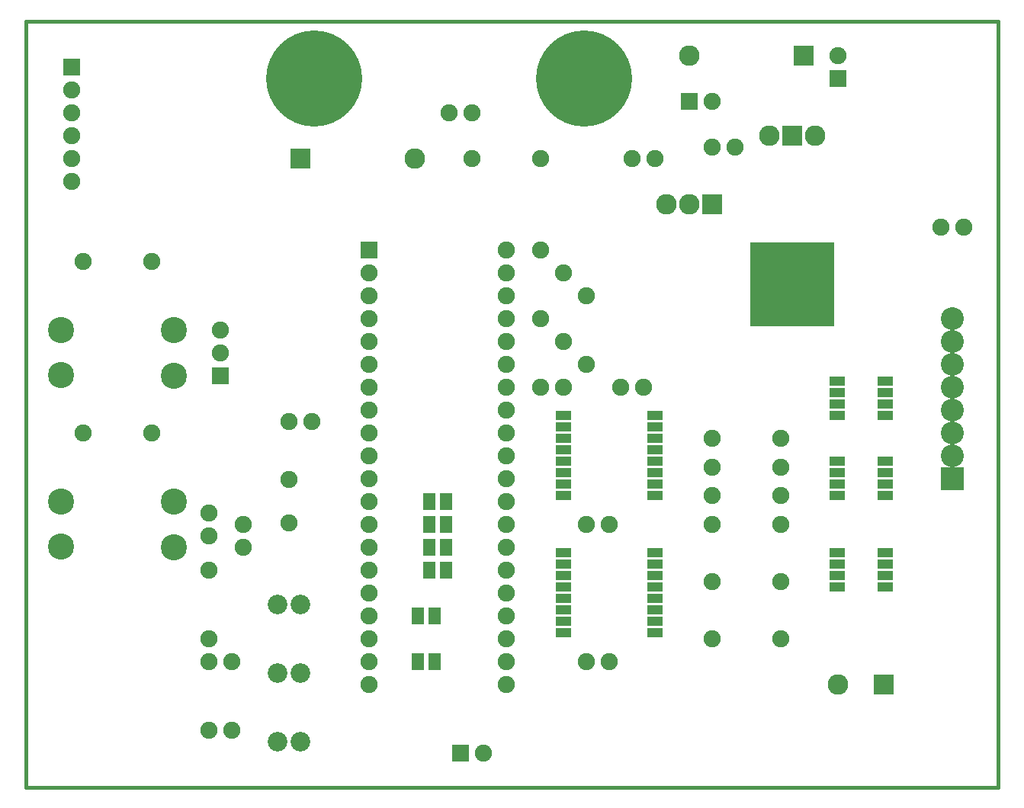
<source format=gts>
G04 (created by PCBNEW-RS274X (2010-03-14)-final) date Sun 26 Sep 2010 04:53:47 PM PDT*
G01*
G70*
G90*
%MOIN*%
G04 Gerber Fmt 3.4, Leading zero omitted, Abs format*
%FSLAX34Y34*%
G04 APERTURE LIST*
%ADD10C,0.006000*%
%ADD11C,0.015000*%
%ADD12C,0.420000*%
%ADD13C,0.075000*%
%ADD14R,0.075000X0.075000*%
%ADD15C,0.090000*%
%ADD16R,0.090000X0.090000*%
%ADD17R,0.065000X0.040000*%
%ADD18R,0.370000X0.370000*%
%ADD19C,0.086000*%
%ADD20R,0.100000X0.100000*%
%ADD21C,0.100000*%
%ADD22R,0.055000X0.075000*%
%ADD23C,0.114500*%
G04 APERTURE END LIST*
G54D10*
G54D11*
X21000Y-28000D02*
X27500Y-28000D01*
X21000Y-61500D02*
X21000Y-28000D01*
X27500Y-61500D02*
X21000Y-61500D01*
X63500Y-61500D02*
X27500Y-61500D01*
X63500Y-28000D02*
X63500Y-61500D01*
X27500Y-28000D02*
X63500Y-28000D01*
X21000Y-61500D02*
X21000Y-28000D01*
G54D12*
X45400Y-30500D03*
X33600Y-30500D03*
G54D13*
X29000Y-49500D03*
X29000Y-50500D03*
X30500Y-50000D03*
X30500Y-51000D03*
X33500Y-45500D03*
X32500Y-45500D03*
X61000Y-37000D03*
X62000Y-37000D03*
X52000Y-33500D03*
X51000Y-33500D03*
X46500Y-50000D03*
X45500Y-50000D03*
X43500Y-44000D03*
X44500Y-44000D03*
X47500Y-34000D03*
X48500Y-34000D03*
X48000Y-44000D03*
X47000Y-44000D03*
X46500Y-56000D03*
X45500Y-56000D03*
G54D14*
X56500Y-30500D03*
G54D13*
X56500Y-29500D03*
G54D14*
X50000Y-31500D03*
G54D13*
X51000Y-31500D03*
G54D15*
X38000Y-34000D03*
G54D16*
X33000Y-34000D03*
G54D15*
X50000Y-29500D03*
G54D16*
X55000Y-29500D03*
G54D14*
X36000Y-38000D03*
G54D13*
X36000Y-39000D03*
X36000Y-40000D03*
X36000Y-41000D03*
X36000Y-42000D03*
X36000Y-43000D03*
X36000Y-44000D03*
X36000Y-45000D03*
X36000Y-46000D03*
X36000Y-47000D03*
X36000Y-48000D03*
X36000Y-49000D03*
X36000Y-50000D03*
X36000Y-51000D03*
X36000Y-52000D03*
X36000Y-53000D03*
X36000Y-54000D03*
X36000Y-55000D03*
X36000Y-56000D03*
X36000Y-57000D03*
X42000Y-57000D03*
X42000Y-56000D03*
X42000Y-55000D03*
X42000Y-54000D03*
X42000Y-53000D03*
X42000Y-52000D03*
X42000Y-51000D03*
X42000Y-50000D03*
X42000Y-49000D03*
X42000Y-48000D03*
X42000Y-47000D03*
X42000Y-46000D03*
X42000Y-45000D03*
X42000Y-44000D03*
X42000Y-43000D03*
X42000Y-42000D03*
X42000Y-41000D03*
X42000Y-40000D03*
X42000Y-39000D03*
X42000Y-38000D03*
X32500Y-48035D03*
X32500Y-49965D03*
X54000Y-52500D03*
X51000Y-52500D03*
X43500Y-34000D03*
X40500Y-34000D03*
X54000Y-46250D03*
X51000Y-46250D03*
X54000Y-47500D03*
X51000Y-47500D03*
X54000Y-48750D03*
X51000Y-48750D03*
X54000Y-50000D03*
X51000Y-50000D03*
X54000Y-55000D03*
X51000Y-55000D03*
G54D14*
X40000Y-60000D03*
G54D13*
X41000Y-60000D03*
G54D14*
X23000Y-30000D03*
G54D13*
X23000Y-31000D03*
X23000Y-32000D03*
X23000Y-33000D03*
X23000Y-34000D03*
X23000Y-35000D03*
G54D17*
X44500Y-45250D03*
X44500Y-45750D03*
X44500Y-46250D03*
X44500Y-46750D03*
X44500Y-47250D03*
X44500Y-47750D03*
X44500Y-48250D03*
X44500Y-48750D03*
X48500Y-48750D03*
X48500Y-48250D03*
X48500Y-47750D03*
X48500Y-47250D03*
X48500Y-46750D03*
X48500Y-46250D03*
X48500Y-45750D03*
X48500Y-45250D03*
X44500Y-51250D03*
X44500Y-51750D03*
X44500Y-52250D03*
X44500Y-52750D03*
X44500Y-53250D03*
X44500Y-53750D03*
X44500Y-54250D03*
X44500Y-54750D03*
X48500Y-54750D03*
X48500Y-54250D03*
X48500Y-53750D03*
X48500Y-53250D03*
X48500Y-52750D03*
X48500Y-52250D03*
X48500Y-51750D03*
X48500Y-51250D03*
X58550Y-43750D03*
X56450Y-43750D03*
X58550Y-44250D03*
X58550Y-44750D03*
X58550Y-45250D03*
X56450Y-44250D03*
X56450Y-44750D03*
X56450Y-45250D03*
X58550Y-47250D03*
X56450Y-47250D03*
X58550Y-47750D03*
X58550Y-48250D03*
X58550Y-48750D03*
X56450Y-47750D03*
X56450Y-48250D03*
X56450Y-48750D03*
X58550Y-51250D03*
X56450Y-51250D03*
X58550Y-51750D03*
X58550Y-52250D03*
X58550Y-52750D03*
X56450Y-51750D03*
X56450Y-52250D03*
X56450Y-52750D03*
G54D15*
X49000Y-36000D03*
X50000Y-36000D03*
G54D16*
X51000Y-36000D03*
G54D18*
X54500Y-39500D03*
G54D15*
X55500Y-33000D03*
G54D16*
X54500Y-33000D03*
G54D15*
X53500Y-33000D03*
G54D13*
X40500Y-32000D03*
X39500Y-32000D03*
G54D19*
X33000Y-56500D03*
X32000Y-56500D03*
X33000Y-53500D03*
X32000Y-53500D03*
X33000Y-59500D03*
X32000Y-59500D03*
G54D13*
X29000Y-56000D03*
X29000Y-59000D03*
X30000Y-59000D03*
X30000Y-56000D03*
X29000Y-55000D03*
X29000Y-52000D03*
G54D14*
X29500Y-43500D03*
G54D13*
X29500Y-42500D03*
X29500Y-41500D03*
G54D16*
X58500Y-57000D03*
G54D15*
X56500Y-57000D03*
G54D13*
X44500Y-42000D03*
X44500Y-39000D03*
X45500Y-43000D03*
X45500Y-40000D03*
X43500Y-41000D03*
X43500Y-38000D03*
G54D20*
X61500Y-48000D03*
G54D21*
X61500Y-47000D03*
X61500Y-46000D03*
X61500Y-45000D03*
X61500Y-44000D03*
X61500Y-43000D03*
X61500Y-42000D03*
X61500Y-41000D03*
G54D22*
X38625Y-52000D03*
X39375Y-52000D03*
X38625Y-51000D03*
X39375Y-51000D03*
X38875Y-54000D03*
X38125Y-54000D03*
X38625Y-50000D03*
X39375Y-50000D03*
X38875Y-56000D03*
X38125Y-56000D03*
X38625Y-49000D03*
X39375Y-49000D03*
G54D13*
X26500Y-46000D03*
X23500Y-46000D03*
X26500Y-38500D03*
X23500Y-38500D03*
G54D23*
X22539Y-50984D03*
X22539Y-49016D03*
X27461Y-49016D03*
X27461Y-51000D03*
X22539Y-43484D03*
X22539Y-41516D03*
X27461Y-41516D03*
X27461Y-43500D03*
M02*

</source>
